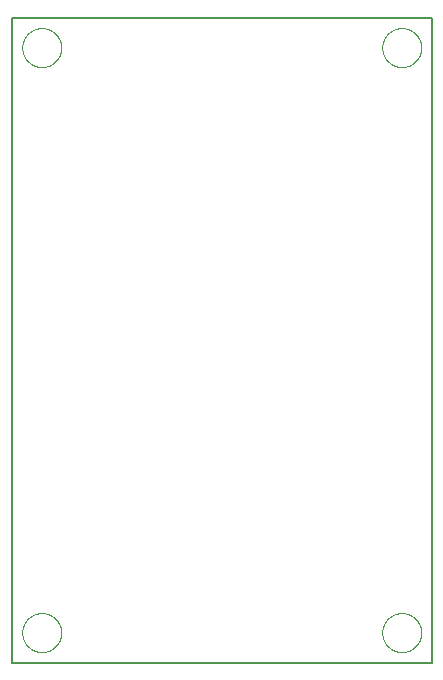
<source format=gko>
G75*
%MOIN*%
%OFA0B0*%
%FSLAX25Y25*%
%IPPOS*%
%LPD*%
%AMOC8*
5,1,8,0,0,1.08239X$1,22.5*
%
%ADD10C,0.00800*%
%ADD11C,0.00000*%
D10*
X0118333Y0050000D02*
X0258333Y0050000D01*
X0258333Y0265000D01*
X0118333Y0265000D01*
X0118333Y0050000D01*
D11*
X0121833Y0060000D02*
X0121835Y0060161D01*
X0121841Y0060321D01*
X0121851Y0060482D01*
X0121865Y0060642D01*
X0121883Y0060802D01*
X0121904Y0060961D01*
X0121930Y0061120D01*
X0121960Y0061278D01*
X0121993Y0061435D01*
X0122031Y0061592D01*
X0122072Y0061747D01*
X0122117Y0061901D01*
X0122166Y0062054D01*
X0122219Y0062206D01*
X0122275Y0062357D01*
X0122336Y0062506D01*
X0122399Y0062654D01*
X0122467Y0062800D01*
X0122538Y0062944D01*
X0122612Y0063086D01*
X0122690Y0063227D01*
X0122772Y0063365D01*
X0122857Y0063502D01*
X0122945Y0063636D01*
X0123037Y0063768D01*
X0123132Y0063898D01*
X0123230Y0064026D01*
X0123331Y0064151D01*
X0123435Y0064273D01*
X0123542Y0064393D01*
X0123652Y0064510D01*
X0123765Y0064625D01*
X0123881Y0064736D01*
X0124000Y0064845D01*
X0124121Y0064950D01*
X0124245Y0065053D01*
X0124371Y0065153D01*
X0124499Y0065249D01*
X0124630Y0065342D01*
X0124764Y0065432D01*
X0124899Y0065519D01*
X0125037Y0065602D01*
X0125176Y0065682D01*
X0125318Y0065758D01*
X0125461Y0065831D01*
X0125606Y0065900D01*
X0125753Y0065966D01*
X0125901Y0066028D01*
X0126051Y0066086D01*
X0126202Y0066141D01*
X0126355Y0066192D01*
X0126509Y0066239D01*
X0126664Y0066282D01*
X0126820Y0066321D01*
X0126976Y0066357D01*
X0127134Y0066388D01*
X0127292Y0066416D01*
X0127451Y0066440D01*
X0127611Y0066460D01*
X0127771Y0066476D01*
X0127931Y0066488D01*
X0128092Y0066496D01*
X0128253Y0066500D01*
X0128413Y0066500D01*
X0128574Y0066496D01*
X0128735Y0066488D01*
X0128895Y0066476D01*
X0129055Y0066460D01*
X0129215Y0066440D01*
X0129374Y0066416D01*
X0129532Y0066388D01*
X0129690Y0066357D01*
X0129846Y0066321D01*
X0130002Y0066282D01*
X0130157Y0066239D01*
X0130311Y0066192D01*
X0130464Y0066141D01*
X0130615Y0066086D01*
X0130765Y0066028D01*
X0130913Y0065966D01*
X0131060Y0065900D01*
X0131205Y0065831D01*
X0131348Y0065758D01*
X0131490Y0065682D01*
X0131629Y0065602D01*
X0131767Y0065519D01*
X0131902Y0065432D01*
X0132036Y0065342D01*
X0132167Y0065249D01*
X0132295Y0065153D01*
X0132421Y0065053D01*
X0132545Y0064950D01*
X0132666Y0064845D01*
X0132785Y0064736D01*
X0132901Y0064625D01*
X0133014Y0064510D01*
X0133124Y0064393D01*
X0133231Y0064273D01*
X0133335Y0064151D01*
X0133436Y0064026D01*
X0133534Y0063898D01*
X0133629Y0063768D01*
X0133721Y0063636D01*
X0133809Y0063502D01*
X0133894Y0063365D01*
X0133976Y0063227D01*
X0134054Y0063086D01*
X0134128Y0062944D01*
X0134199Y0062800D01*
X0134267Y0062654D01*
X0134330Y0062506D01*
X0134391Y0062357D01*
X0134447Y0062206D01*
X0134500Y0062054D01*
X0134549Y0061901D01*
X0134594Y0061747D01*
X0134635Y0061592D01*
X0134673Y0061435D01*
X0134706Y0061278D01*
X0134736Y0061120D01*
X0134762Y0060961D01*
X0134783Y0060802D01*
X0134801Y0060642D01*
X0134815Y0060482D01*
X0134825Y0060321D01*
X0134831Y0060161D01*
X0134833Y0060000D01*
X0134831Y0059839D01*
X0134825Y0059679D01*
X0134815Y0059518D01*
X0134801Y0059358D01*
X0134783Y0059198D01*
X0134762Y0059039D01*
X0134736Y0058880D01*
X0134706Y0058722D01*
X0134673Y0058565D01*
X0134635Y0058408D01*
X0134594Y0058253D01*
X0134549Y0058099D01*
X0134500Y0057946D01*
X0134447Y0057794D01*
X0134391Y0057643D01*
X0134330Y0057494D01*
X0134267Y0057346D01*
X0134199Y0057200D01*
X0134128Y0057056D01*
X0134054Y0056914D01*
X0133976Y0056773D01*
X0133894Y0056635D01*
X0133809Y0056498D01*
X0133721Y0056364D01*
X0133629Y0056232D01*
X0133534Y0056102D01*
X0133436Y0055974D01*
X0133335Y0055849D01*
X0133231Y0055727D01*
X0133124Y0055607D01*
X0133014Y0055490D01*
X0132901Y0055375D01*
X0132785Y0055264D01*
X0132666Y0055155D01*
X0132545Y0055050D01*
X0132421Y0054947D01*
X0132295Y0054847D01*
X0132167Y0054751D01*
X0132036Y0054658D01*
X0131902Y0054568D01*
X0131767Y0054481D01*
X0131629Y0054398D01*
X0131490Y0054318D01*
X0131348Y0054242D01*
X0131205Y0054169D01*
X0131060Y0054100D01*
X0130913Y0054034D01*
X0130765Y0053972D01*
X0130615Y0053914D01*
X0130464Y0053859D01*
X0130311Y0053808D01*
X0130157Y0053761D01*
X0130002Y0053718D01*
X0129846Y0053679D01*
X0129690Y0053643D01*
X0129532Y0053612D01*
X0129374Y0053584D01*
X0129215Y0053560D01*
X0129055Y0053540D01*
X0128895Y0053524D01*
X0128735Y0053512D01*
X0128574Y0053504D01*
X0128413Y0053500D01*
X0128253Y0053500D01*
X0128092Y0053504D01*
X0127931Y0053512D01*
X0127771Y0053524D01*
X0127611Y0053540D01*
X0127451Y0053560D01*
X0127292Y0053584D01*
X0127134Y0053612D01*
X0126976Y0053643D01*
X0126820Y0053679D01*
X0126664Y0053718D01*
X0126509Y0053761D01*
X0126355Y0053808D01*
X0126202Y0053859D01*
X0126051Y0053914D01*
X0125901Y0053972D01*
X0125753Y0054034D01*
X0125606Y0054100D01*
X0125461Y0054169D01*
X0125318Y0054242D01*
X0125176Y0054318D01*
X0125037Y0054398D01*
X0124899Y0054481D01*
X0124764Y0054568D01*
X0124630Y0054658D01*
X0124499Y0054751D01*
X0124371Y0054847D01*
X0124245Y0054947D01*
X0124121Y0055050D01*
X0124000Y0055155D01*
X0123881Y0055264D01*
X0123765Y0055375D01*
X0123652Y0055490D01*
X0123542Y0055607D01*
X0123435Y0055727D01*
X0123331Y0055849D01*
X0123230Y0055974D01*
X0123132Y0056102D01*
X0123037Y0056232D01*
X0122945Y0056364D01*
X0122857Y0056498D01*
X0122772Y0056635D01*
X0122690Y0056773D01*
X0122612Y0056914D01*
X0122538Y0057056D01*
X0122467Y0057200D01*
X0122399Y0057346D01*
X0122336Y0057494D01*
X0122275Y0057643D01*
X0122219Y0057794D01*
X0122166Y0057946D01*
X0122117Y0058099D01*
X0122072Y0058253D01*
X0122031Y0058408D01*
X0121993Y0058565D01*
X0121960Y0058722D01*
X0121930Y0058880D01*
X0121904Y0059039D01*
X0121883Y0059198D01*
X0121865Y0059358D01*
X0121851Y0059518D01*
X0121841Y0059679D01*
X0121835Y0059839D01*
X0121833Y0060000D01*
X0241833Y0060000D02*
X0241835Y0060161D01*
X0241841Y0060321D01*
X0241851Y0060482D01*
X0241865Y0060642D01*
X0241883Y0060802D01*
X0241904Y0060961D01*
X0241930Y0061120D01*
X0241960Y0061278D01*
X0241993Y0061435D01*
X0242031Y0061592D01*
X0242072Y0061747D01*
X0242117Y0061901D01*
X0242166Y0062054D01*
X0242219Y0062206D01*
X0242275Y0062357D01*
X0242336Y0062506D01*
X0242399Y0062654D01*
X0242467Y0062800D01*
X0242538Y0062944D01*
X0242612Y0063086D01*
X0242690Y0063227D01*
X0242772Y0063365D01*
X0242857Y0063502D01*
X0242945Y0063636D01*
X0243037Y0063768D01*
X0243132Y0063898D01*
X0243230Y0064026D01*
X0243331Y0064151D01*
X0243435Y0064273D01*
X0243542Y0064393D01*
X0243652Y0064510D01*
X0243765Y0064625D01*
X0243881Y0064736D01*
X0244000Y0064845D01*
X0244121Y0064950D01*
X0244245Y0065053D01*
X0244371Y0065153D01*
X0244499Y0065249D01*
X0244630Y0065342D01*
X0244764Y0065432D01*
X0244899Y0065519D01*
X0245037Y0065602D01*
X0245176Y0065682D01*
X0245318Y0065758D01*
X0245461Y0065831D01*
X0245606Y0065900D01*
X0245753Y0065966D01*
X0245901Y0066028D01*
X0246051Y0066086D01*
X0246202Y0066141D01*
X0246355Y0066192D01*
X0246509Y0066239D01*
X0246664Y0066282D01*
X0246820Y0066321D01*
X0246976Y0066357D01*
X0247134Y0066388D01*
X0247292Y0066416D01*
X0247451Y0066440D01*
X0247611Y0066460D01*
X0247771Y0066476D01*
X0247931Y0066488D01*
X0248092Y0066496D01*
X0248253Y0066500D01*
X0248413Y0066500D01*
X0248574Y0066496D01*
X0248735Y0066488D01*
X0248895Y0066476D01*
X0249055Y0066460D01*
X0249215Y0066440D01*
X0249374Y0066416D01*
X0249532Y0066388D01*
X0249690Y0066357D01*
X0249846Y0066321D01*
X0250002Y0066282D01*
X0250157Y0066239D01*
X0250311Y0066192D01*
X0250464Y0066141D01*
X0250615Y0066086D01*
X0250765Y0066028D01*
X0250913Y0065966D01*
X0251060Y0065900D01*
X0251205Y0065831D01*
X0251348Y0065758D01*
X0251490Y0065682D01*
X0251629Y0065602D01*
X0251767Y0065519D01*
X0251902Y0065432D01*
X0252036Y0065342D01*
X0252167Y0065249D01*
X0252295Y0065153D01*
X0252421Y0065053D01*
X0252545Y0064950D01*
X0252666Y0064845D01*
X0252785Y0064736D01*
X0252901Y0064625D01*
X0253014Y0064510D01*
X0253124Y0064393D01*
X0253231Y0064273D01*
X0253335Y0064151D01*
X0253436Y0064026D01*
X0253534Y0063898D01*
X0253629Y0063768D01*
X0253721Y0063636D01*
X0253809Y0063502D01*
X0253894Y0063365D01*
X0253976Y0063227D01*
X0254054Y0063086D01*
X0254128Y0062944D01*
X0254199Y0062800D01*
X0254267Y0062654D01*
X0254330Y0062506D01*
X0254391Y0062357D01*
X0254447Y0062206D01*
X0254500Y0062054D01*
X0254549Y0061901D01*
X0254594Y0061747D01*
X0254635Y0061592D01*
X0254673Y0061435D01*
X0254706Y0061278D01*
X0254736Y0061120D01*
X0254762Y0060961D01*
X0254783Y0060802D01*
X0254801Y0060642D01*
X0254815Y0060482D01*
X0254825Y0060321D01*
X0254831Y0060161D01*
X0254833Y0060000D01*
X0254831Y0059839D01*
X0254825Y0059679D01*
X0254815Y0059518D01*
X0254801Y0059358D01*
X0254783Y0059198D01*
X0254762Y0059039D01*
X0254736Y0058880D01*
X0254706Y0058722D01*
X0254673Y0058565D01*
X0254635Y0058408D01*
X0254594Y0058253D01*
X0254549Y0058099D01*
X0254500Y0057946D01*
X0254447Y0057794D01*
X0254391Y0057643D01*
X0254330Y0057494D01*
X0254267Y0057346D01*
X0254199Y0057200D01*
X0254128Y0057056D01*
X0254054Y0056914D01*
X0253976Y0056773D01*
X0253894Y0056635D01*
X0253809Y0056498D01*
X0253721Y0056364D01*
X0253629Y0056232D01*
X0253534Y0056102D01*
X0253436Y0055974D01*
X0253335Y0055849D01*
X0253231Y0055727D01*
X0253124Y0055607D01*
X0253014Y0055490D01*
X0252901Y0055375D01*
X0252785Y0055264D01*
X0252666Y0055155D01*
X0252545Y0055050D01*
X0252421Y0054947D01*
X0252295Y0054847D01*
X0252167Y0054751D01*
X0252036Y0054658D01*
X0251902Y0054568D01*
X0251767Y0054481D01*
X0251629Y0054398D01*
X0251490Y0054318D01*
X0251348Y0054242D01*
X0251205Y0054169D01*
X0251060Y0054100D01*
X0250913Y0054034D01*
X0250765Y0053972D01*
X0250615Y0053914D01*
X0250464Y0053859D01*
X0250311Y0053808D01*
X0250157Y0053761D01*
X0250002Y0053718D01*
X0249846Y0053679D01*
X0249690Y0053643D01*
X0249532Y0053612D01*
X0249374Y0053584D01*
X0249215Y0053560D01*
X0249055Y0053540D01*
X0248895Y0053524D01*
X0248735Y0053512D01*
X0248574Y0053504D01*
X0248413Y0053500D01*
X0248253Y0053500D01*
X0248092Y0053504D01*
X0247931Y0053512D01*
X0247771Y0053524D01*
X0247611Y0053540D01*
X0247451Y0053560D01*
X0247292Y0053584D01*
X0247134Y0053612D01*
X0246976Y0053643D01*
X0246820Y0053679D01*
X0246664Y0053718D01*
X0246509Y0053761D01*
X0246355Y0053808D01*
X0246202Y0053859D01*
X0246051Y0053914D01*
X0245901Y0053972D01*
X0245753Y0054034D01*
X0245606Y0054100D01*
X0245461Y0054169D01*
X0245318Y0054242D01*
X0245176Y0054318D01*
X0245037Y0054398D01*
X0244899Y0054481D01*
X0244764Y0054568D01*
X0244630Y0054658D01*
X0244499Y0054751D01*
X0244371Y0054847D01*
X0244245Y0054947D01*
X0244121Y0055050D01*
X0244000Y0055155D01*
X0243881Y0055264D01*
X0243765Y0055375D01*
X0243652Y0055490D01*
X0243542Y0055607D01*
X0243435Y0055727D01*
X0243331Y0055849D01*
X0243230Y0055974D01*
X0243132Y0056102D01*
X0243037Y0056232D01*
X0242945Y0056364D01*
X0242857Y0056498D01*
X0242772Y0056635D01*
X0242690Y0056773D01*
X0242612Y0056914D01*
X0242538Y0057056D01*
X0242467Y0057200D01*
X0242399Y0057346D01*
X0242336Y0057494D01*
X0242275Y0057643D01*
X0242219Y0057794D01*
X0242166Y0057946D01*
X0242117Y0058099D01*
X0242072Y0058253D01*
X0242031Y0058408D01*
X0241993Y0058565D01*
X0241960Y0058722D01*
X0241930Y0058880D01*
X0241904Y0059039D01*
X0241883Y0059198D01*
X0241865Y0059358D01*
X0241851Y0059518D01*
X0241841Y0059679D01*
X0241835Y0059839D01*
X0241833Y0060000D01*
X0241833Y0255000D02*
X0241835Y0255161D01*
X0241841Y0255321D01*
X0241851Y0255482D01*
X0241865Y0255642D01*
X0241883Y0255802D01*
X0241904Y0255961D01*
X0241930Y0256120D01*
X0241960Y0256278D01*
X0241993Y0256435D01*
X0242031Y0256592D01*
X0242072Y0256747D01*
X0242117Y0256901D01*
X0242166Y0257054D01*
X0242219Y0257206D01*
X0242275Y0257357D01*
X0242336Y0257506D01*
X0242399Y0257654D01*
X0242467Y0257800D01*
X0242538Y0257944D01*
X0242612Y0258086D01*
X0242690Y0258227D01*
X0242772Y0258365D01*
X0242857Y0258502D01*
X0242945Y0258636D01*
X0243037Y0258768D01*
X0243132Y0258898D01*
X0243230Y0259026D01*
X0243331Y0259151D01*
X0243435Y0259273D01*
X0243542Y0259393D01*
X0243652Y0259510D01*
X0243765Y0259625D01*
X0243881Y0259736D01*
X0244000Y0259845D01*
X0244121Y0259950D01*
X0244245Y0260053D01*
X0244371Y0260153D01*
X0244499Y0260249D01*
X0244630Y0260342D01*
X0244764Y0260432D01*
X0244899Y0260519D01*
X0245037Y0260602D01*
X0245176Y0260682D01*
X0245318Y0260758D01*
X0245461Y0260831D01*
X0245606Y0260900D01*
X0245753Y0260966D01*
X0245901Y0261028D01*
X0246051Y0261086D01*
X0246202Y0261141D01*
X0246355Y0261192D01*
X0246509Y0261239D01*
X0246664Y0261282D01*
X0246820Y0261321D01*
X0246976Y0261357D01*
X0247134Y0261388D01*
X0247292Y0261416D01*
X0247451Y0261440D01*
X0247611Y0261460D01*
X0247771Y0261476D01*
X0247931Y0261488D01*
X0248092Y0261496D01*
X0248253Y0261500D01*
X0248413Y0261500D01*
X0248574Y0261496D01*
X0248735Y0261488D01*
X0248895Y0261476D01*
X0249055Y0261460D01*
X0249215Y0261440D01*
X0249374Y0261416D01*
X0249532Y0261388D01*
X0249690Y0261357D01*
X0249846Y0261321D01*
X0250002Y0261282D01*
X0250157Y0261239D01*
X0250311Y0261192D01*
X0250464Y0261141D01*
X0250615Y0261086D01*
X0250765Y0261028D01*
X0250913Y0260966D01*
X0251060Y0260900D01*
X0251205Y0260831D01*
X0251348Y0260758D01*
X0251490Y0260682D01*
X0251629Y0260602D01*
X0251767Y0260519D01*
X0251902Y0260432D01*
X0252036Y0260342D01*
X0252167Y0260249D01*
X0252295Y0260153D01*
X0252421Y0260053D01*
X0252545Y0259950D01*
X0252666Y0259845D01*
X0252785Y0259736D01*
X0252901Y0259625D01*
X0253014Y0259510D01*
X0253124Y0259393D01*
X0253231Y0259273D01*
X0253335Y0259151D01*
X0253436Y0259026D01*
X0253534Y0258898D01*
X0253629Y0258768D01*
X0253721Y0258636D01*
X0253809Y0258502D01*
X0253894Y0258365D01*
X0253976Y0258227D01*
X0254054Y0258086D01*
X0254128Y0257944D01*
X0254199Y0257800D01*
X0254267Y0257654D01*
X0254330Y0257506D01*
X0254391Y0257357D01*
X0254447Y0257206D01*
X0254500Y0257054D01*
X0254549Y0256901D01*
X0254594Y0256747D01*
X0254635Y0256592D01*
X0254673Y0256435D01*
X0254706Y0256278D01*
X0254736Y0256120D01*
X0254762Y0255961D01*
X0254783Y0255802D01*
X0254801Y0255642D01*
X0254815Y0255482D01*
X0254825Y0255321D01*
X0254831Y0255161D01*
X0254833Y0255000D01*
X0254831Y0254839D01*
X0254825Y0254679D01*
X0254815Y0254518D01*
X0254801Y0254358D01*
X0254783Y0254198D01*
X0254762Y0254039D01*
X0254736Y0253880D01*
X0254706Y0253722D01*
X0254673Y0253565D01*
X0254635Y0253408D01*
X0254594Y0253253D01*
X0254549Y0253099D01*
X0254500Y0252946D01*
X0254447Y0252794D01*
X0254391Y0252643D01*
X0254330Y0252494D01*
X0254267Y0252346D01*
X0254199Y0252200D01*
X0254128Y0252056D01*
X0254054Y0251914D01*
X0253976Y0251773D01*
X0253894Y0251635D01*
X0253809Y0251498D01*
X0253721Y0251364D01*
X0253629Y0251232D01*
X0253534Y0251102D01*
X0253436Y0250974D01*
X0253335Y0250849D01*
X0253231Y0250727D01*
X0253124Y0250607D01*
X0253014Y0250490D01*
X0252901Y0250375D01*
X0252785Y0250264D01*
X0252666Y0250155D01*
X0252545Y0250050D01*
X0252421Y0249947D01*
X0252295Y0249847D01*
X0252167Y0249751D01*
X0252036Y0249658D01*
X0251902Y0249568D01*
X0251767Y0249481D01*
X0251629Y0249398D01*
X0251490Y0249318D01*
X0251348Y0249242D01*
X0251205Y0249169D01*
X0251060Y0249100D01*
X0250913Y0249034D01*
X0250765Y0248972D01*
X0250615Y0248914D01*
X0250464Y0248859D01*
X0250311Y0248808D01*
X0250157Y0248761D01*
X0250002Y0248718D01*
X0249846Y0248679D01*
X0249690Y0248643D01*
X0249532Y0248612D01*
X0249374Y0248584D01*
X0249215Y0248560D01*
X0249055Y0248540D01*
X0248895Y0248524D01*
X0248735Y0248512D01*
X0248574Y0248504D01*
X0248413Y0248500D01*
X0248253Y0248500D01*
X0248092Y0248504D01*
X0247931Y0248512D01*
X0247771Y0248524D01*
X0247611Y0248540D01*
X0247451Y0248560D01*
X0247292Y0248584D01*
X0247134Y0248612D01*
X0246976Y0248643D01*
X0246820Y0248679D01*
X0246664Y0248718D01*
X0246509Y0248761D01*
X0246355Y0248808D01*
X0246202Y0248859D01*
X0246051Y0248914D01*
X0245901Y0248972D01*
X0245753Y0249034D01*
X0245606Y0249100D01*
X0245461Y0249169D01*
X0245318Y0249242D01*
X0245176Y0249318D01*
X0245037Y0249398D01*
X0244899Y0249481D01*
X0244764Y0249568D01*
X0244630Y0249658D01*
X0244499Y0249751D01*
X0244371Y0249847D01*
X0244245Y0249947D01*
X0244121Y0250050D01*
X0244000Y0250155D01*
X0243881Y0250264D01*
X0243765Y0250375D01*
X0243652Y0250490D01*
X0243542Y0250607D01*
X0243435Y0250727D01*
X0243331Y0250849D01*
X0243230Y0250974D01*
X0243132Y0251102D01*
X0243037Y0251232D01*
X0242945Y0251364D01*
X0242857Y0251498D01*
X0242772Y0251635D01*
X0242690Y0251773D01*
X0242612Y0251914D01*
X0242538Y0252056D01*
X0242467Y0252200D01*
X0242399Y0252346D01*
X0242336Y0252494D01*
X0242275Y0252643D01*
X0242219Y0252794D01*
X0242166Y0252946D01*
X0242117Y0253099D01*
X0242072Y0253253D01*
X0242031Y0253408D01*
X0241993Y0253565D01*
X0241960Y0253722D01*
X0241930Y0253880D01*
X0241904Y0254039D01*
X0241883Y0254198D01*
X0241865Y0254358D01*
X0241851Y0254518D01*
X0241841Y0254679D01*
X0241835Y0254839D01*
X0241833Y0255000D01*
X0121833Y0255000D02*
X0121835Y0255161D01*
X0121841Y0255321D01*
X0121851Y0255482D01*
X0121865Y0255642D01*
X0121883Y0255802D01*
X0121904Y0255961D01*
X0121930Y0256120D01*
X0121960Y0256278D01*
X0121993Y0256435D01*
X0122031Y0256592D01*
X0122072Y0256747D01*
X0122117Y0256901D01*
X0122166Y0257054D01*
X0122219Y0257206D01*
X0122275Y0257357D01*
X0122336Y0257506D01*
X0122399Y0257654D01*
X0122467Y0257800D01*
X0122538Y0257944D01*
X0122612Y0258086D01*
X0122690Y0258227D01*
X0122772Y0258365D01*
X0122857Y0258502D01*
X0122945Y0258636D01*
X0123037Y0258768D01*
X0123132Y0258898D01*
X0123230Y0259026D01*
X0123331Y0259151D01*
X0123435Y0259273D01*
X0123542Y0259393D01*
X0123652Y0259510D01*
X0123765Y0259625D01*
X0123881Y0259736D01*
X0124000Y0259845D01*
X0124121Y0259950D01*
X0124245Y0260053D01*
X0124371Y0260153D01*
X0124499Y0260249D01*
X0124630Y0260342D01*
X0124764Y0260432D01*
X0124899Y0260519D01*
X0125037Y0260602D01*
X0125176Y0260682D01*
X0125318Y0260758D01*
X0125461Y0260831D01*
X0125606Y0260900D01*
X0125753Y0260966D01*
X0125901Y0261028D01*
X0126051Y0261086D01*
X0126202Y0261141D01*
X0126355Y0261192D01*
X0126509Y0261239D01*
X0126664Y0261282D01*
X0126820Y0261321D01*
X0126976Y0261357D01*
X0127134Y0261388D01*
X0127292Y0261416D01*
X0127451Y0261440D01*
X0127611Y0261460D01*
X0127771Y0261476D01*
X0127931Y0261488D01*
X0128092Y0261496D01*
X0128253Y0261500D01*
X0128413Y0261500D01*
X0128574Y0261496D01*
X0128735Y0261488D01*
X0128895Y0261476D01*
X0129055Y0261460D01*
X0129215Y0261440D01*
X0129374Y0261416D01*
X0129532Y0261388D01*
X0129690Y0261357D01*
X0129846Y0261321D01*
X0130002Y0261282D01*
X0130157Y0261239D01*
X0130311Y0261192D01*
X0130464Y0261141D01*
X0130615Y0261086D01*
X0130765Y0261028D01*
X0130913Y0260966D01*
X0131060Y0260900D01*
X0131205Y0260831D01*
X0131348Y0260758D01*
X0131490Y0260682D01*
X0131629Y0260602D01*
X0131767Y0260519D01*
X0131902Y0260432D01*
X0132036Y0260342D01*
X0132167Y0260249D01*
X0132295Y0260153D01*
X0132421Y0260053D01*
X0132545Y0259950D01*
X0132666Y0259845D01*
X0132785Y0259736D01*
X0132901Y0259625D01*
X0133014Y0259510D01*
X0133124Y0259393D01*
X0133231Y0259273D01*
X0133335Y0259151D01*
X0133436Y0259026D01*
X0133534Y0258898D01*
X0133629Y0258768D01*
X0133721Y0258636D01*
X0133809Y0258502D01*
X0133894Y0258365D01*
X0133976Y0258227D01*
X0134054Y0258086D01*
X0134128Y0257944D01*
X0134199Y0257800D01*
X0134267Y0257654D01*
X0134330Y0257506D01*
X0134391Y0257357D01*
X0134447Y0257206D01*
X0134500Y0257054D01*
X0134549Y0256901D01*
X0134594Y0256747D01*
X0134635Y0256592D01*
X0134673Y0256435D01*
X0134706Y0256278D01*
X0134736Y0256120D01*
X0134762Y0255961D01*
X0134783Y0255802D01*
X0134801Y0255642D01*
X0134815Y0255482D01*
X0134825Y0255321D01*
X0134831Y0255161D01*
X0134833Y0255000D01*
X0134831Y0254839D01*
X0134825Y0254679D01*
X0134815Y0254518D01*
X0134801Y0254358D01*
X0134783Y0254198D01*
X0134762Y0254039D01*
X0134736Y0253880D01*
X0134706Y0253722D01*
X0134673Y0253565D01*
X0134635Y0253408D01*
X0134594Y0253253D01*
X0134549Y0253099D01*
X0134500Y0252946D01*
X0134447Y0252794D01*
X0134391Y0252643D01*
X0134330Y0252494D01*
X0134267Y0252346D01*
X0134199Y0252200D01*
X0134128Y0252056D01*
X0134054Y0251914D01*
X0133976Y0251773D01*
X0133894Y0251635D01*
X0133809Y0251498D01*
X0133721Y0251364D01*
X0133629Y0251232D01*
X0133534Y0251102D01*
X0133436Y0250974D01*
X0133335Y0250849D01*
X0133231Y0250727D01*
X0133124Y0250607D01*
X0133014Y0250490D01*
X0132901Y0250375D01*
X0132785Y0250264D01*
X0132666Y0250155D01*
X0132545Y0250050D01*
X0132421Y0249947D01*
X0132295Y0249847D01*
X0132167Y0249751D01*
X0132036Y0249658D01*
X0131902Y0249568D01*
X0131767Y0249481D01*
X0131629Y0249398D01*
X0131490Y0249318D01*
X0131348Y0249242D01*
X0131205Y0249169D01*
X0131060Y0249100D01*
X0130913Y0249034D01*
X0130765Y0248972D01*
X0130615Y0248914D01*
X0130464Y0248859D01*
X0130311Y0248808D01*
X0130157Y0248761D01*
X0130002Y0248718D01*
X0129846Y0248679D01*
X0129690Y0248643D01*
X0129532Y0248612D01*
X0129374Y0248584D01*
X0129215Y0248560D01*
X0129055Y0248540D01*
X0128895Y0248524D01*
X0128735Y0248512D01*
X0128574Y0248504D01*
X0128413Y0248500D01*
X0128253Y0248500D01*
X0128092Y0248504D01*
X0127931Y0248512D01*
X0127771Y0248524D01*
X0127611Y0248540D01*
X0127451Y0248560D01*
X0127292Y0248584D01*
X0127134Y0248612D01*
X0126976Y0248643D01*
X0126820Y0248679D01*
X0126664Y0248718D01*
X0126509Y0248761D01*
X0126355Y0248808D01*
X0126202Y0248859D01*
X0126051Y0248914D01*
X0125901Y0248972D01*
X0125753Y0249034D01*
X0125606Y0249100D01*
X0125461Y0249169D01*
X0125318Y0249242D01*
X0125176Y0249318D01*
X0125037Y0249398D01*
X0124899Y0249481D01*
X0124764Y0249568D01*
X0124630Y0249658D01*
X0124499Y0249751D01*
X0124371Y0249847D01*
X0124245Y0249947D01*
X0124121Y0250050D01*
X0124000Y0250155D01*
X0123881Y0250264D01*
X0123765Y0250375D01*
X0123652Y0250490D01*
X0123542Y0250607D01*
X0123435Y0250727D01*
X0123331Y0250849D01*
X0123230Y0250974D01*
X0123132Y0251102D01*
X0123037Y0251232D01*
X0122945Y0251364D01*
X0122857Y0251498D01*
X0122772Y0251635D01*
X0122690Y0251773D01*
X0122612Y0251914D01*
X0122538Y0252056D01*
X0122467Y0252200D01*
X0122399Y0252346D01*
X0122336Y0252494D01*
X0122275Y0252643D01*
X0122219Y0252794D01*
X0122166Y0252946D01*
X0122117Y0253099D01*
X0122072Y0253253D01*
X0122031Y0253408D01*
X0121993Y0253565D01*
X0121960Y0253722D01*
X0121930Y0253880D01*
X0121904Y0254039D01*
X0121883Y0254198D01*
X0121865Y0254358D01*
X0121851Y0254518D01*
X0121841Y0254679D01*
X0121835Y0254839D01*
X0121833Y0255000D01*
M02*

</source>
